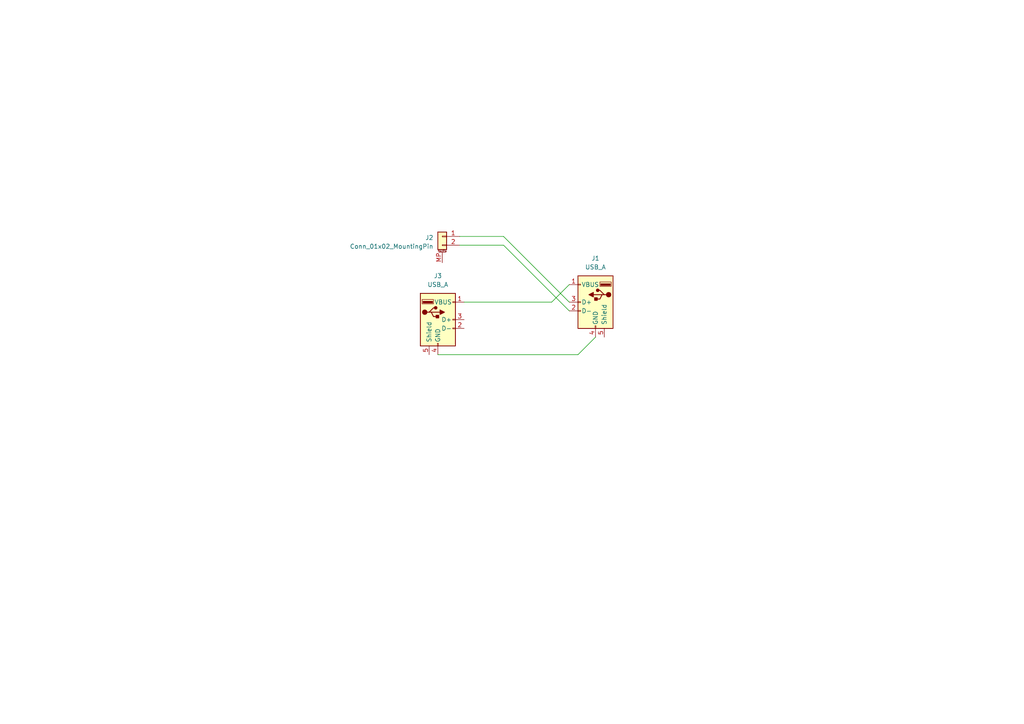
<source format=kicad_sch>
(kicad_sch (version 20231120) (generator "eeschema") (generator_version "8.0")
  (paper "A4")
  (lib_symbols
    (symbol "Connector:USB_A" (pin_names (offset 1.016))
      (property "Reference" "J" (at -5.08 11.43 0))
      (property "Value" "USB_A" (at -5.08 8.89 0))
      (symbol "USB_A_0_1"
        (rectangle (start -5.08 -7.62) (end 5.08 7.62) (stroke (width 0.254)) (fill (type background)))
        (circle (center -3.81 2.159) (radius 0.635) (stroke (width 0.254)) (fill (type outline)))
        (rectangle (start -1.524 4.826) (end -4.318 5.334) (fill (type outline)))
        (rectangle (start -1.27 4.572) (end -4.572 5.842))
        (circle (center -0.635 3.429) (radius 0.381) (stroke (width 0.254)) (fill (type outline)))
        (rectangle (start -0.127 -7.62) (end 0.127 -6.858))
        (polyline (pts (xy -3.175 2.159) (xy -2.54 2.159) (xy -1.27 3.429) (xy -0.635 3.429)) (stroke (width 0.254)))
        (polyline (pts (xy -2.54 2.159) (xy -1.905 2.159) (xy -1.27 0.889) (xy 0 0.889)) (stroke (width 0.254)))
        (polyline (pts (xy 0.635 2.794) (xy 0.635 1.524) (xy 1.905 2.159) (xy 0.635 2.794)) (stroke (width 0.254)) (fill (type outline)))
        (rectangle (start 0.254 1.27) (end -0.508 0.508) (stroke (width 0.254)) (fill (type outline)))
        (rectangle (start 5.08 -2.667) (end 4.318 -2.413))
        (rectangle (start 5.08 -0.127) (end 4.318 0.127))
        (rectangle (start 5.08 4.953) (end 4.318 5.207))
      )
      (symbol "USB_A_1_1"
        (polyline (pts (xy -1.905 2.159) (xy 0.635 2.159)) (stroke (width 0.254)))
        (pin power_in line (at 7.62 5.08 180) (length 2.54) (name "VBUS") (number "1"))
        (pin bidirectional line (at 7.62 -2.54 180) (length 2.54) (name "D-") (number "2"))
        (pin bidirectional line (at 7.62 0 180) (length 2.54) (name "D+") (number "3"))
        (pin power_in line (at 0 -10.16 90) (length 2.54) (name "GND") (number "4"))
        (pin passive line (at -2.54 -10.16 90) (length 2.54) (name "Shield") (number "5"))
      )
    )
    (symbol "Connector_Generic_MountingPin:Conn_01x02_MountingPin" (pin_names (offset 1.016) hide)
      (property "Reference" "J2" (at 2.54 -0.3555 0))
      (property "Value" "Conn_01x02_MountingPin" (at 2.54 -2.8955 0))
      (symbol "Conn_01x02_MountingPin_1_1"
        (rectangle (start -1.27 -2.413) (end 0 -2.667) (stroke (width 0.1524)))
        (rectangle (start -1.27 0.127) (end 0 -0.127) (stroke (width 0.1524)))
        (rectangle (start -1.27 1.27) (end 1.27 -3.81) (stroke (width 0.254)) (fill (type background)))
        (polyline (pts (xy -1.016 -4.572) (xy 1.016 -4.572)) (stroke (width 0.1524)))
        (text "Mounting" (at 0 -4.191 0) (effects (font (size 0.381 0.381))))
        (pin passive line (at -5.08 0 0) (length 3.81) (name "TXD") (number "1"))
        (pin passive line (at -5.08 -2.54 0) (length 3.81) (name "RXD") (number "2"))
        (pin passive line (at 0 -7.62 90) (length 3.048) (name "MountPin") (number "MP"))
      )
    )
  )
  (wire (pts (xy 133.35 68.58) (xy 146.05 68.58)))
  (wire (pts (xy 160.02 87.63) (xy 165.1 82.55)))
  (wire (pts (xy 167.64 102.87) (xy 172.72 97.79)))
  (wire (pts (xy 127 102.87) (xy 167.64 102.87)))
  (wire (pts (xy 134.62 87.63) (xy 160.02 87.63)))
  (wire (pts (xy 133.35 71.12) (xy 146.05 71.12)))
  (wire (pts (xy 146.05 71.12) (xy 165.1 90.17)))
  (wire (pts (xy 146.05 68.58) (xy 165.1 87.63)))
  (symbol (lib_id "Connector_Generic_MountingPin:Conn_01x02_MountingPin") (at 128.27 68.58 0) (mirror y) (unit 1)
    (property "Reference" "J2" (at 125.73 68.9355 0) (effects (justify left)))
    (property "Value" "Conn_01x02_MountingPin" (at 125.73 71.4755 0) (effects (justify left)))
    (property "Footprint" "PowerCableLib:MountingPin" (effects (hide yes)))
    (property "Description" "Generic connectable mounting pin connector, single row, 01x02, script generated (kicad-library-utils/schlib/autogen/connector/)" (effects (hide yes)))
  )
  (symbol (lib_id "Connector:USB_A") (at 127 92.71 0) (unit 1)
    (property "Reference" "J3" (at 127 80.01 0))
    (property "Value" "USB_A" (at 127 82.55 0))
    (property "Footprint" "Connector_USB:USB_A_Molex_67643_Horizontal" (effects (hide yes)))
    (property "Description" "USB Type A connector" (effects (hide yes)))
  )
  (symbol (lib_id "Connector:USB_A") (at 172.72 87.63 0) (mirror y) (unit 1)
    (property "Reference" "J1" (at 172.72 74.93 0))
    (property "Value" "USB_A" (at 172.72 77.47 0))
    (property "Footprint" "Connector_USB:USB_A_Molex_67643_Horizontal" (effects (hide yes)))
    (property "Description" "USB Type A connector" (effects (hide yes)))
  )
)
</source>
